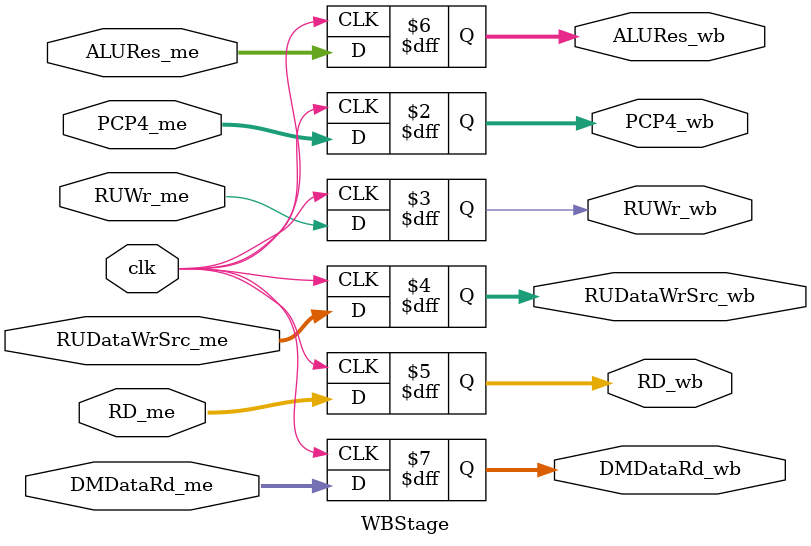
<source format=sv>
module WBStage(
  input logic clk,
  
  input logic [31:0] PCP4_me,
  
  input logic RUWr_me,
  input logic [1:0] RUDataWrSrc_me,
  
  input logic [4:0] RD_me,
  
  input logic [31:0] ALURes_me,
  
  input logic [31:0] DMDataRd_me,
  
  output logic [31:0] PCP4_wb,

  output logic RUWr_wb,
  output logic [1:0] RUDataWrSrc_wb,

  output logic [4:0] RD_wb,

  output logic [31:0] ALURes_wb,

  output logic [31:0] DMDataRd_wb
);
  
  always @(posedge clk) begin
    PCP4_wb <= PCP4_me;
    RUWr_wb <= RUWr_me;
    RUDataWrSrc_wb <= RUDataWrSrc_me;
    RD_wb <= RD_me;
    ALURes_wb <= ALURes_me;
    DMDataRd_wb <= DMDataRd_me;
  end
endmodule
</source>
